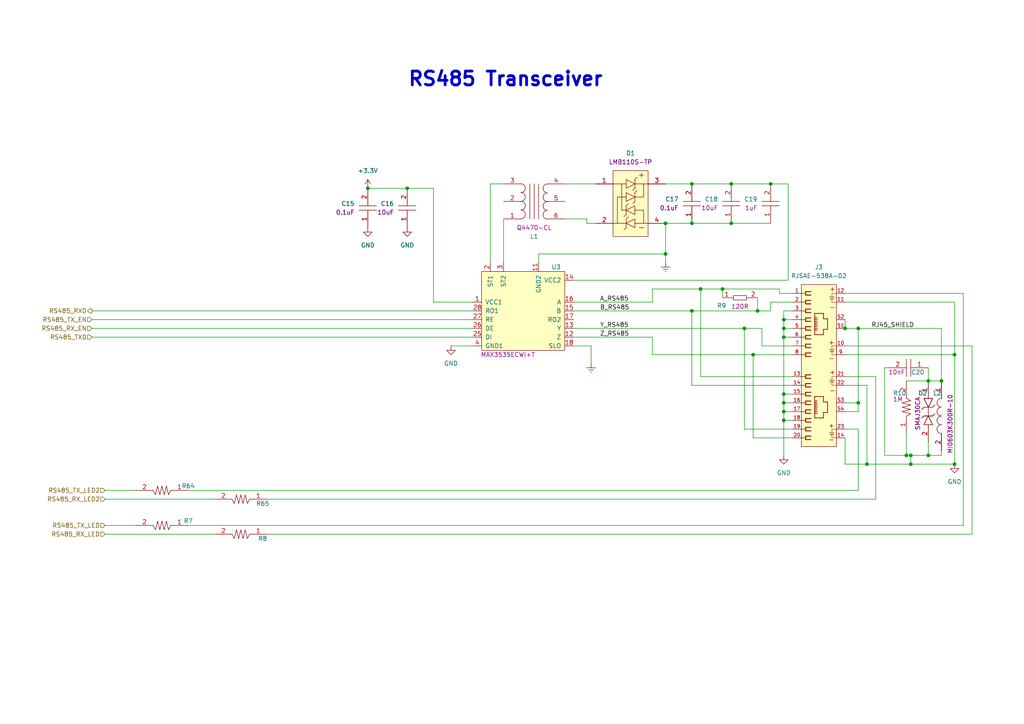
<source format=kicad_sch>
(kicad_sch (version 20231120) (generator "eeschema") (generator_version "8.0")
  (paper "A4")
  (lib_symbols
    (symbol "AVR-KiCAD-Lib-Capacitors:C0805C103KCRACAUTO" (pin_names (offset 1.016))
      (property "Reference" "C" (at -2.54 2.54 0))
      (property "_Value_" "10nF" (at 58.42 63.5 0))
      (symbol "C0805C103KCRACAUTO_1_1"
        (pin input line (at -5.08 0 0) (length 5.08) (name "~") (number "1"))
        (pin input line (at 6.35 0 180) (length 5.08) (name "~") (number "2"))
      )
    )
    (symbol "AVR-KiCAD-Lib-Capacitors:C1206C105K3RACAUTO" (pin_names (offset 1.016))
      (property "Reference" "C" (at -2.54 2.54 0))
      (property "_Value_" "1uF" (at 58.42 63.5 0))
      (symbol "C1206C105K3RACAUTO_1_1"
        (pin input line (at -5.08 0 0) (length 5.08) (name "~") (number "1"))
        (pin input line (at 6.35 0 180) (length 5.08) (name "~") (number "2"))
      )
    )
    (symbol "AVR-KiCAD-Lib-Capacitors:CGA5L3X5R1V106K160AB" (pin_names (offset 1.016))
      (property "Reference" "C" (at -2.54 2.54 0))
      (property "_Value_" "10uF" (at 58.42 63.5 0))
      (symbol "CGA5L3X5R1V106K160AB_1_1"
        (pin input line (at -5.08 0 0) (length 5.08) (name "~") (number "1"))
        (pin input line (at 6.35 0 180) (length 5.08) (name "~") (number "2"))
      )
    )
    (symbol "AVR-KiCAD-Lib-Capacitors:CL10B104JB8NNNC" (pin_names (offset 1.016))
      (property "Reference" "C" (at -2.54 2.54 0))
      (property "_Value_" "0.1uF" (at 58.42 63.5 0))
      (symbol "CL10B104JB8NNNC_1_1"
        (pin input line (at -5.08 0 0) (length 5.08) (name "~") (number "1"))
        (pin input line (at 6.35 0 180) (length 5.08) (name "~") (number "2"))
      )
    )
    (symbol "AVR-KiCAD-Lib-Connectors:RJSAE-538A-02" (pin_names (offset 1.016))
      (property "Reference" "J" (at 0.254 1.016 0))
      (property "Value" "RJSAE-538A-02" (at 7.62 -48.006 0))
      (symbol "RJSAE-538A-02_1_1"
        (text "+" (at 9.652 -40.132 0) (effects (font (size 1.27 1.27)) (justify right top)))
        (text "+" (at 9.652 -16.002 0) (effects (font (size 1.27 1.27)) (justify right top)))
        (text "+" (at 9.906 -24.638 0) (effects (font (size 1.27 1.27)) (justify right top)))
        (text "+" (at 9.906 -0.508 0) (effects (font (size 1.27 1.27)) (justify right top)))
        (text "-" (at 9.652 -44.196 0) (effects (font (size 1.27 1.27)) (justify right top)))
        (text "-" (at 9.6774 -20.5994 0) (effects (font (size 1.27 1.27)) (justify right top)))
        (text "-" (at 9.9314 -29.9466 0) (effects (font (size 1.27 1.27)) (justify right top)))
        (text "-" (at 9.9314 -5.8166 0) (effects (font (size 1.27 1.27)) (justify right top)))
        (pin passive line (at -2.54 -2.54 0) (length 2.54) (name "~") (number "1"))
        (pin passive line (at 12.7 -17.78 180) (length 2.54) (name "~") (number "10"))
        (pin passive line (at 12.7 -5.08 180) (length 2.54) (name "~") (number "11"))
        (pin passive line (at 12.7 -2.54 180) (length 2.54) (name "~") (number "12"))
        (pin passive line (at -2.54 -26.67 0) (length 2.54) (name "") (number "13"))
        (pin passive line (at -2.54 -29.21 0) (length 2.54) (name "~") (number "14"))
        (pin passive line (at 12.7 -44.45 180) (length 2.54) (name "~") (number "14"))
        (pin passive line (at -2.54 -31.75 0) (length 2.54) (name "~") (number "15"))
        (pin passive line (at -2.54 -34.29 0) (length 2.54) (name "~") (number "16"))
        (pin passive line (at -2.54 -36.83 0) (length 2.54) (name "~") (number "17"))
        (pin passive line (at -2.54 -39.37 0) (length 2.54) (name "~") (number "18"))
        (pin passive line (at -2.54 -41.91 0) (length 2.54) (name "~") (number "19"))
        (pin passive line (at -2.54 -5.08 0) (length 2.54) (name "~") (number "2"))
        (pin passive line (at -2.54 -44.45 0) (length 2.54) (name "~") (number "20"))
        (pin passive line (at 12.7 -26.67 180) (length 2.54) (name "~") (number "21"))
        (pin passive line (at 12.7 -29.21 180) (length 2.54) (name "~") (number "22"))
        (pin passive line (at 12.7 -41.91 180) (length 2.54) (name "~") (number "23"))
        (pin passive line (at -2.54 -7.62 0) (length 2.54) (name "~") (number "3"))
        (pin passive line (at -2.54 -10.16 0) (length 2.54) (name "~") (number "4"))
        (pin passive line (at -2.54 -12.7 0) (length 2.54) (name "~") (number "5"))
        (pin passive line (at -2.54 -15.24 0) (length 2.54) (name "~") (number "6"))
        (pin passive line (at -2.54 -17.78 0) (length 2.54) (name "~") (number "7"))
        (pin passive line (at -2.54 -20.32 0) (length 2.54) (name "~") (number "8"))
        (pin passive line (at 12.7 -20.32 180) (length 2.54) (name "~") (number "9"))
        (pin passive line (at 12.7 -12.7 180) (length 2.54) (name "~") (number "S1"))
        (pin passive line (at 12.7 -10.16 180) (length 2.54) (name "~") (number "S2"))
        (pin passive line (at 12.7 -34.29 180) (length 2.54) (name "") (number "S3"))
        (pin passive line (at 12.7 -36.83 180) (length 2.54) (name "~") (number "S4"))
      )
    )
    (symbol "AVR-KiCAD-Lib-Diodes:LMB110S-TP" (pin_names (offset 1.016))
      (property "Reference" "D" (at 0 19.05 0))
      (property "_Value_" "LMB110S-TP" (at 62.23 77.47 0))
      (symbol "LMB110S-TP_1_1"
        (pin passive line (at -5.08 13.97 0) (length 5.08) (name "~") (number "1"))
        (pin passive line (at -5.08 2.54 0) (length 5.08) (name "~") (number "2"))
        (pin passive line (at 15.24 13.97 180) (length 5.08) (name "") (number "3"))
        (pin passive line (at 15.24 2.54 180) (length 5.08) (name "") (number "4"))
      )
    )
    (symbol "AVR-KiCAD-Lib-Diodes:SMAJ30CA" (pin_names (offset 1.016))
      (property "Reference" "D" (at -2.54 2.54 0))
      (property "_Value_" "SMAJ30CA" (at 58.42 63.5 0))
      (symbol "SMAJ30CA_1_1"
        (pin passive line (at -8.89 0 0) (length 5.08) (name "~") (number "1"))
        (pin passive line (at 8.89 0 180) (length 5.08) (name "~") (number "2"))
      )
    )
    (symbol "AVR-KiCAD-Lib-ICs:MAX3535ECWI+T" (pin_names (offset 1.016))
      (property "Reference" "U" (at -5.08 34.29 0))
      (property "_Value_" "MAX3535ECWI+T" (at 7.62 -1.27 0))
      (symbol "MAX3535ECWI+T_1_1"
        (pin power_in line (at -2.54 13.97 0) (length 2.54) (name "VCC1") (number "1"))
        (pin passive line (at 16.51 25.4 270) (length 2.54) (name "GND2") (number "11"))
        (pin output line (at 26.67 3.81 180) (length 2.54) (name "Z") (number "12"))
        (pin output line (at 26.67 6.35 180) (length 2.54) (name "Y") (number "13"))
        (pin power_in line (at 26.67 20.32 180) (length 2.54) (name "VCC2") (number "14"))
        (pin input line (at 26.67 11.43 180) (length 2.54) (name "B") (number "15"))
        (pin input line (at 26.67 13.97 180) (length 2.54) (name "A") (number "16"))
        (pin output line (at 26.67 8.89 180) (length 2.54) (name "RO2") (number "17"))
        (pin input line (at 26.67 1.27 180) (length 2.54) (name "SLO") (number "18"))
        (pin output line (at 2.54 25.4 270) (length 2.54) (name "ST1") (number "2"))
        (pin input line (at -2.54 3.81 0) (length 2.54) (name "DI") (number "25"))
        (pin input line (at -2.54 6.35 0) (length 2.54) (name "DE") (number "26"))
        (pin output line (at -2.54 8.89 0) (length 2.54) (name "RE") (number "27"))
        (pin output line (at -2.54 11.43 0) (length 2.54) (name "RO1") (number "28"))
        (pin output line (at 6.35 25.4 270) (length 2.54) (name "ST2") (number "3"))
        (pin passive line (at -2.54 1.27 0) (length 2.54) (name "GND1") (number "4"))
      )
    )
    (symbol "AVR-KiCAD-Lib-Inductors:MI0603K300R-10" (pin_names (offset 1.016))
      (property "Reference" "L" (at -2.54 2.54 0))
      (property "_Value_" "MI0603K300R-10" (at 58.42 63.5 0))
      (symbol "MI0603K300R-10_1_1"
        (pin input line (at -10.16 0 0) (length 5.08) (name "~") (number "1"))
        (pin input line (at 10.16 0 180) (length 5.08) (name "~") (number "2"))
      )
    )
    (symbol "AVR-KiCAD-Lib-Resistors:AC0402FR-07120RL" (pin_names (offset 1.016))
      (property "Reference" "R" (at -2.54 2.54 0))
      (property "Value" "AC0402FR-07120RL" (at 1.27 5.08 0))
      (property "_Value_" "120R" (at 58.42 63.5 0))
      (symbol "AC0402FR-07120RL_1_1"
        (pin passive line (at -5.08 0 0) (length 2.5146) (name "~") (number "1"))
        (pin passive line (at 5.08 0 180) (length 2.5146) (name "~") (number "2"))
      )
    )
    (symbol "AVR-KiCAD-Lib-Resistors:RC0603FR-07470RL" (pin_names (offset 1.016))
      (property "Reference" "R" (at -2.54 2.54 0))
      (property "Value" "RC0603FR-07470RL" (at 1.27 5.08 0))
      (symbol "RC0603FR-07470RL_1_1"
        (pin passive line (at -7.62 0 0) (length 5.08) (name "~") (number "1"))
        (pin passive line (at 7.62 0 180) (length 5.08) (name "~") (number "2"))
      )
    )
    (symbol "AVR-KiCAD-Lib-Resistors:RC1206FR-071ML" (pin_names (offset 1.016))
      (property "Reference" "R" (at -2.54 2.54 0))
      (property "Value" "RC1206FR-071ML" (at 1.27 5.08 0))
      (property "_Value_" "1M" (at 58.42 63.5 0))
      (symbol "RC1206FR-071ML_1_1"
        (pin passive line (at -7.62 0 0) (length 5.08) (name "~") (number "1"))
        (pin passive line (at 7.62 0 180) (length 5.08) (name "~") (number "2"))
      )
    )
    (symbol "AVR-KiCAD-Lib-Transformers:Q4470-CL" (pin_names (offset 1.016))
      (property "Reference" "L" (at -7.62 8.89 0))
      (property "_Value_" "Q4470-CL" (at 58.42 63.5 0))
      (symbol "Q4470-CL_1_1"
        (pin bidirectional line (at -8.89 5.08 0) (length 5.08) (name "~") (number "1"))
        (pin bidirectional line (at -8.89 0 0) (length 5.08) (name "~") (number "2"))
        (pin bidirectional line (at -8.89 -5.08 0) (length 5.08) (name "") (number "3"))
        (pin bidirectional line (at 8.89 -5.08 180) (length 5.08) (name "") (number "4"))
        (pin bidirectional line (at 8.89 0 180) (length 5.08) (name "") (number "5"))
        (pin bidirectional line (at 8.89 5.08 180) (length 5.08) (name "") (number "6"))
      )
    )
    (symbol "power:+3.3V" (power) (pin_names (offset 0))
      (property "Value" "+3.3V" (at 0 3.556 0))
      (symbol "+3.3V_1_1"
        (pin power_in line (at 0 0 90) (length 0) hide (name "+3.3V") (number "1"))
      )
    )
    (symbol "power:Earth" (power) (pin_names (offset 0))
      (symbol "Earth_1_1"
        (pin power_in line (at 0 0 270) (length 0) hide (name "Earth") (number "1"))
      )
    )
    (symbol "power:GND" (power) (pin_names (offset 0))
      (property "Value" "GND" (at 0 -3.81 0))
      (symbol "GND_1_1"
        (pin power_in line (at 0 0 270) (length 0) hide (name "GND") (number "1"))
      )
    )
  )
  (junction (at 227.33 119.38))
  (junction (at 264.16 134.62))
  (junction (at 203.2 83.82))
  (junction (at 276.86 102.87))
  (junction (at 245.11 95.25))
  (junction (at 215.9 95.25))
  (junction (at 273.05 110.49))
  (junction (at 269.24 132.08))
  (junction (at 212.09 53.34))
  (junction (at 200.66 90.17))
  (junction (at 218.44 102.87))
  (junction (at 209.55 83.82))
  (junction (at 251.46 134.62))
  (junction (at 118.11 54.61))
  (junction (at 269.24 110.49))
  (junction (at 106.68 54.61))
  (junction (at 223.52 53.34))
  (junction (at 264.16 132.08))
  (junction (at 193.04 73.66))
  (junction (at 262.89 132.08))
  (junction (at 227.33 97.79))
  (junction (at 227.33 121.92))
  (junction (at 200.66 64.77))
  (junction (at 276.86 134.62))
  (junction (at 227.33 92.71))
  (junction (at 248.92 116.84))
  (junction (at 248.92 95.25))
  (junction (at 227.33 116.84))
  (junction (at 193.04 64.77))
  (junction (at 227.33 114.3))
  (junction (at 219.71 90.17))
  (junction (at 227.33 95.25))
  (junction (at 212.09 64.77))
  (junction (at 200.66 53.34))
  (wire (pts (xy 245.11 87.63) (xy 276.86 87.63)))
  (wire (pts (xy 163.83 53.34) (xy 172.72 53.34)))
  (wire (pts (xy 254 109.22) (xy 254 144.78)))
  (wire (pts (xy 264.16 132.08) (xy 264.16 134.62)))
  (wire (pts (xy 248.92 95.25) (xy 245.11 95.25)))
  (wire (pts (xy 245.11 102.87) (xy 276.86 102.87)))
  (wire (pts (xy 218.44 102.87) (xy 229.87 102.87)))
  (wire (pts (xy 245.11 92.71) (xy 245.11 95.25)))
  (wire (pts (xy 227.33 92.71) (xy 227.33 95.25)))
  (wire (pts (xy 166.37 100.33) (xy 171.45 100.33)))
  (wire (pts (xy 219.71 86.36) (xy 219.71 90.17)))
  (wire (pts (xy 189.23 97.79) (xy 189.23 102.87)))
  (wire (pts (xy 166.37 95.25) (xy 215.9 95.25)))
  (wire (pts (xy 30.48 154.94) (xy 62.23 154.94)))
  (wire (pts (xy 163.83 63.5) (xy 170.18 63.5)))
  (wire (pts (xy 257.81 106.68) (xy 256.54 106.68)))
  (wire (pts (xy 146.05 76.2) (xy 146.05 63.5)))
  (wire (pts (xy 229.87 111.76) (xy 200.66 111.76)))
  (wire (pts (xy 264.16 132.08) (xy 262.89 132.08)))
  (wire (pts (xy 227.33 97.79) (xy 227.33 114.3)))
  (wire (pts (xy 189.23 87.63) (xy 189.23 83.82)))
  (wire (pts (xy 142.24 53.34) (xy 142.24 76.2)))
  (wire (pts (xy 227.33 119.38) (xy 227.33 121.92)))
  (wire (pts (xy 130.81 100.33) (xy 137.16 100.33)))
  (wire (pts (xy 229.87 124.46) (xy 215.9 124.46)))
  (wire (pts (xy 212.09 64.77) (xy 223.52 64.77)))
  (wire (pts (xy 227.33 114.3) (xy 227.33 116.84)))
  (wire (pts (xy 125.73 87.63) (xy 125.73 54.61)))
  (wire (pts (xy 220.98 95.25) (xy 220.98 100.33)))
  (wire (pts (xy 227.33 95.25) (xy 227.33 97.79)))
  (wire (pts (xy 189.23 83.82) (xy 203.2 83.82)))
  (wire (pts (xy 218.44 127) (xy 218.44 102.87)))
  (wire (pts (xy 26.67 90.17) (xy 137.16 90.17)))
  (wire (pts (xy 193.04 64.77) (xy 193.04 73.66)))
  (wire (pts (xy 170.18 64.77) (xy 172.72 64.77)))
  (wire (pts (xy 200.66 90.17) (xy 219.71 90.17)))
  (wire (pts (xy 125.73 87.63) (xy 137.16 87.63)))
  (wire (pts (xy 276.86 102.87) (xy 276.86 134.62)))
  (wire (pts (xy 251.46 134.62) (xy 264.16 134.62)))
  (wire (pts (xy 219.71 90.17) (xy 223.52 90.17)))
  (wire (pts (xy 245.11 134.62) (xy 251.46 134.62)))
  (wire (pts (xy 200.66 111.76) (xy 200.66 90.17)))
  (wire (pts (xy 269.24 110.49) (xy 273.05 110.49)))
  (wire (pts (xy 227.33 90.17) (xy 227.33 92.71)))
  (wire (pts (xy 256.54 132.08) (xy 262.89 132.08)))
  (wire (pts (xy 223.52 87.63) (xy 229.87 87.63)))
  (wire (pts (xy 248.92 116.84) (xy 245.11 116.84)))
  (wire (pts (xy 226.06 83.82) (xy 226.06 85.09)))
  (wire (pts (xy 223.52 90.17) (xy 223.52 87.63)))
  (wire (pts (xy 227.33 121.92) (xy 229.87 121.92)))
  (wire (pts (xy 245.11 127) (xy 245.11 134.62)))
  (wire (pts (xy 279.4 85.09) (xy 245.11 85.09)))
  (wire (pts (xy 200.66 53.34) (xy 193.04 53.34)))
  (wire (pts (xy 220.98 100.33) (xy 229.87 100.33)))
  (wire (pts (xy 227.33 95.25) (xy 229.87 95.25)))
  (wire (pts (xy 245.11 109.22) (xy 254 109.22)))
  (wire (pts (xy 273.05 110.49) (xy 273.05 95.25)))
  (wire (pts (xy 146.05 53.34) (xy 142.24 53.34)))
  (wire (pts (xy 193.04 64.77) (xy 200.66 64.77)))
  (wire (pts (xy 245.11 119.38) (xy 248.92 119.38)))
  (wire (pts (xy 281.94 100.33) (xy 281.94 154.94)))
  (wire (pts (xy 264.16 132.08) (xy 269.24 132.08)))
  (wire (pts (xy 269.24 106.68) (xy 269.24 110.49)))
  (wire (pts (xy 118.11 54.61) (xy 125.73 54.61)))
  (wire (pts (xy 228.6 81.28) (xy 228.6 53.34)))
  (wire (pts (xy 171.45 100.33) (xy 171.45 105.41)))
  (wire (pts (xy 200.66 53.34) (xy 212.09 53.34)))
  (wire (pts (xy 273.05 132.08) (xy 273.05 130.81)))
  (wire (pts (xy 223.52 53.34) (xy 228.6 53.34)))
  (wire (pts (xy 245.11 124.46) (xy 248.92 124.46)))
  (wire (pts (xy 30.48 144.78) (xy 62.23 144.78)))
  (wire (pts (xy 227.33 119.38) (xy 229.87 119.38)))
  (wire (pts (xy 256.54 106.68) (xy 256.54 132.08)))
  (wire (pts (xy 227.33 92.71) (xy 229.87 92.71)))
  (wire (pts (xy 227.33 121.92) (xy 227.33 132.08)))
  (wire (pts (xy 156.21 73.66) (xy 156.21 76.2)))
  (wire (pts (xy 248.92 119.38) (xy 248.92 116.84)))
  (wire (pts (xy 273.05 95.25) (xy 248.92 95.25)))
  (wire (pts (xy 166.37 81.28) (xy 228.6 81.28)))
  (wire (pts (xy 248.92 124.46) (xy 248.92 142.24)))
  (wire (pts (xy 248.92 95.25) (xy 248.92 116.84)))
  (wire (pts (xy 166.37 90.17) (xy 200.66 90.17)))
  (wire (pts (xy 170.18 63.5) (xy 170.18 64.77)))
  (wire (pts (xy 54.61 142.24) (xy 248.92 142.24)))
  (wire (pts (xy 30.48 142.24) (xy 39.37 142.24)))
  (wire (pts (xy 269.24 132.08) (xy 273.05 132.08)))
  (wire (pts (xy 276.86 87.63) (xy 276.86 102.87)))
  (wire (pts (xy 227.33 116.84) (xy 227.33 119.38)))
  (wire (pts (xy 229.87 90.17) (xy 227.33 90.17)))
  (wire (pts (xy 262.89 110.49) (xy 269.24 110.49)))
  (wire (pts (xy 54.61 152.4) (xy 279.4 152.4)))
  (wire (pts (xy 26.67 92.71) (xy 137.16 92.71)))
  (wire (pts (xy 251.46 111.76) (xy 251.46 134.62)))
  (wire (pts (xy 212.09 53.34) (xy 223.52 53.34)))
  (wire (pts (xy 227.33 116.84) (xy 229.87 116.84)))
  (wire (pts (xy 227.33 114.3) (xy 229.87 114.3)))
  (wire (pts (xy 26.67 95.25) (xy 137.16 95.25)))
  (wire (pts (xy 200.66 64.77) (xy 212.09 64.77)))
  (wire (pts (xy 269.24 128.27) (xy 269.24 132.08)))
  (wire (pts (xy 209.55 83.82) (xy 226.06 83.82)))
  (wire (pts (xy 262.89 125.73) (xy 262.89 132.08)))
  (wire (pts (xy 203.2 83.82) (xy 209.55 83.82)))
  (wire (pts (xy 245.11 111.76) (xy 251.46 111.76)))
  (wire (pts (xy 229.87 109.22) (xy 203.2 109.22)))
  (wire (pts (xy 77.47 154.94) (xy 281.94 154.94)))
  (wire (pts (xy 166.37 87.63) (xy 189.23 87.63)))
  (wire (pts (xy 245.11 100.33) (xy 281.94 100.33)))
  (wire (pts (xy 189.23 102.87) (xy 218.44 102.87)))
  (wire (pts (xy 279.4 152.4) (xy 279.4 85.09)))
  (wire (pts (xy 77.47 144.78) (xy 254 144.78)))
  (wire (pts (xy 30.48 152.4) (xy 39.37 152.4)))
  (wire (pts (xy 209.55 83.82) (xy 209.55 86.36)))
  (wire (pts (xy 264.16 134.62) (xy 276.86 134.62)))
  (wire (pts (xy 229.87 127) (xy 218.44 127)))
  (wire (pts (xy 106.68 54.61) (xy 118.11 54.61)))
  (wire (pts (xy 193.04 73.66) (xy 156.21 73.66)))
  (wire (pts (xy 215.9 95.25) (xy 220.98 95.25)))
  (wire (pts (xy 227.33 97.79) (xy 229.87 97.79)))
  (wire (pts (xy 215.9 124.46) (xy 215.9 95.25)))
  (wire (pts (xy 166.37 97.79) (xy 189.23 97.79)))
  (wire (pts (xy 26.67 97.79) (xy 137.16 97.79)))
  (wire (pts (xy 203.2 109.22) (xy 203.2 83.82)))
  (wire (pts (xy 193.04 76.2) (xy 193.04 73.66)))
  (wire (pts (xy 226.06 85.09) (xy 229.87 85.09)))
  (text "RS485 Transceiver" (at 118.11 25.4 0) (effects (font (size 4 4) (thickness 0.8) (bold yes)) (justify left bottom)))
  (label "Z_RS485" (at 173.99 97.79 0))
  (label "B_RS485" (at 173.99 90.17 0))
  (label "Y_RS485" (at 173.99 95.25 0))
  (label "RJ45_SHIELD" (at 252.73 95.25 0))
  (label "A_RS485" (at 173.99 87.63 0))
  (hierarchical_label "RS485_RX_LED" (shape input) (at 30.48 154.94 180))
  (hierarchical_label "RS485_RX_EN" (shape input) (at 26.67 95.25 180))
  (hierarchical_label "RS485_RX_LED2" (shape input) (at 30.48 144.78 180))
  (hierarchical_label "RS485_RXD" (shape output) (at 26.67 90.17 180))
  (hierarchical_label "RS485_TX_LED" (shape input) (at 30.48 152.4 180))
  (hierarchical_label "RS485_TXD" (shape input) (at 26.67 97.79 180))
  (hierarchical_label "RS485_TX_EN" (shape input) (at 26.67 92.71 180))
  (hierarchical_label "RS485_TX_LED2" (shape input) (at 30.48 142.24 180))
  (symbol (lib_id "AVR-KiCAD-Lib-Resistors:AC0402FR-07120RL") (at 214.63 86.36 0) (unit 1)
    (property "Reference" "R9" (at 209.296 88.646 0))
    (property "Value" "AC0402FR-07120RL" (effects (hide yes)))
    (property "Footprint" "AVR-KiCAD-Lib-Resistors:R0402" (effects (hide yes)))
    (property "Datasheet" "https://www.yageo.com/upload/media/product/productsearch/datasheet/rchip/PYu-AC_51_RoHS_L_7.pdf" (effects (hide yes)))
    (property "Description" "120 Ohms ±1% 0.063W, 1/16W Chip Resistor 0402 (1005 Metric) Automotive AEC-Q200, Moisture Resistant Thick Film" (effects (hide yes)))
    (property "Cost QTY: 1" "0.10000" (effects (hide yes)))
    (property "Cost QTY: 1000" "0.00390" (effects (hide yes)))
    (property "Cost QTY: 2500" "0.00338" (effects (hide yes)))
    (property "Cost QTY: 5000" "0.00279" (effects (hide yes)))
    (property "Cost QTY: 10000" "0.00220" (effects (hide yes)))
    (property "MFR" "Yageo" (effects (hide yes)))
    (property "MFR#" "AC0402FR-07120RL" (effects (hide yes)))
    (property "Vendor" "Digikey" (effects (hide yes)))
    (property "Vendor #" "YAG3440CT-ND" (effects (hide yes)))
    (property "Designer" "AVR" (effects (hide yes)))
    (property "Height" "0.4mm" (effects (hide yes)))
    (property "Date Created" "4/6/2020" (effects (hide yes)))
    (property "Date Modified" "4/6/2020" (effects (hide yes)))
    (property "Lead-Free ?" "Yes" (effects (hide yes)))
    (property "RoHS Levels" "1" (effects (hide yes)))
    (property "Mounting" "SMT" (effects (hide yes)))
    (property "Pin Count #" "2" (effects (hide yes)))
    (property "Status" "Active" (effects (hide yes)))
    (property "Tolerance" "1%" (effects (hide yes)))
    (property "Type" "Thick Film Resistor" (effects (hide yes)))
    (property "Voltage" "*" (effects (hide yes)))
    (property "Package" "0402" (effects (hide yes)))
    (property "_Value_" "120R" (at 214.63 88.9 0))
    (property "Management_ID" "*" (effects (hide yes)))
  )
  (symbol (lib_id "AVR-KiCAD-Lib-Capacitors:C0805C103KCRACAUTO") (at 264.16 106.68 0) (mirror y) (unit 1)
    (property "Reference" "C20" (at 266.192 107.95 0))
    (property "Value" "C0805C103KCRACAUTO" (effects (hide yes)))
    (property "Footprint" "AVR-KiCAD-Lib-Capacitors:C0805" (effects (hide yes)))
    (property "Datasheet" "https://content.kemet.com/datasheets/KEM_C1076_X7R_HV_AUTO_SMD.pdf" (effects (hide yes)))
    (property "Description" "CAP CER 0805 10NF 500V X7R 10%" (effects (hide yes)))
    (property "Cost QTY: 1" "0.35000" (effects (hide yes)))
    (property "Cost QTY: 1000" "0.08498" (effects (hide yes)))
    (property "Cost QTY: 2500" "*" (effects (hide yes)))
    (property "Cost QTY: 5000" "*" (effects (hide yes)))
    (property "Cost QTY: 10000" "*" (effects (hide yes)))
    (property "MFR" "Kemet" (effects (hide yes)))
    (property "MFR#" "C0805C103KCRACAUTO" (effects (hide yes)))
    (property "Vendor" "Digikey" (effects (hide yes)))
    (property "Vendor #" "399-16644-1-ND" (effects (hide yes)))
    (property "Designer" "AVR" (effects (hide yes)))
    (property "Height" "1.4mm" (effects (hide yes)))
    (property "Date Created" "4/29/2019" (effects (hide yes)))
    (property "Date Modified" "4/29/2019" (effects (hide yes)))
    (property "Lead-Free ?" "Yes" (effects (hide yes)))
    (property "RoHS Levels" "1" (effects (hide yes)))
    (property "Mounting" "SMT" (effects (hide yes)))
    (property "Pin Count #" "2" (effects (hide yes)))
    (property "Status" "Active" (effects (hide yes)))
    (property "Tolerance" "10%" (effects (hide yes)))
    (property "Type" "SMT Ceramic Cap" (effects (hide yes)))
    (property "Voltage" "500V" (effects (hide yes)))
    (property "Package" "0805" (effects (hide yes)))
    (property "_Value_" "10nF" (at 260.096 107.95 0))
    (property "Management_ID" "*" (effects (hide yes)))
  )
  (symbol (lib_id "power:GND") (at 130.81 100.33 0) (unit 1)
    (property "Reference" "#PWR022" (effects (hide yes)))
    (property "Value" "GND" (at 130.81 105.41 0))
  )
  (symbol (lib_id "power:Earth") (at 171.45 105.41 0) (unit 1)
    (property "Reference" "#PWR023" (effects (hide yes)))
    (property "Value" "Earth" (effects (hide yes)))
  )
  (symbol (lib_id "AVR-KiCAD-Lib-Capacitors:CGA5L3X5R1V106K160AB") (at 212.09 59.69 90) (unit 1)
    (property "Reference" "C18" (at 208.28 57.785 90) (effects (justify left)))
    (property "Value" "CGA5L3X5R1V106K160AB" (effects (hide yes)))
    (property "Footprint" "AVR-KiCAD-Lib-Capacitors:C1206" (effects (hide yes)))
    (property "Datasheet" "https://product.tdk.com/system/files/dam/doc/product/capacitor/ceramic/mlcc/catalog/mlcc_automotive_general_en.pdf" (effects (hide yes)))
    (property "Description" "10 µF ±10% 35V Ceramic Capacitor X5R 1206 (3216 Metric)" (effects (hide yes)))
    (property "Cost QTY: 1" "*" (effects (hide yes)))
    (property "Cost QTY: 1000" "*" (effects (hide yes)))
    (property "Cost QTY: 2500" "*" (effects (hide yes)))
    (property "Cost QTY: 5000" "*" (effects (hide yes)))
    (property "Cost QTY: 10000" "*" (effects (hide yes)))
    (property "MFR" "TDK Corporation" (effects (hide yes)))
    (property "MFR#" "CGA5L3X5R1V106K160AB" (effects (hide yes)))
    (property "Vendor" "Digikey" (effects (hide yes)))
    (property "Vendor #" "445-7887-2-ND" (effects (hide yes)))
    (property "Designer" "AVR" (effects (hide yes)))
    (property "Height" "1.9mm" (effects (hide yes)))
    (property "Date Created" "10/13/2022" (effects (hide yes)))
    (property "Date Modified" "10/13/2022" (effects (hide yes)))
    (property "Lead-Free ?" "Yes" (effects (hide yes)))
    (property "RoHS Levels" "1" (effects (hide yes)))
    (property "Mounting" "SMT" (effects (hide yes)))
    (property "Pin Count #" "2" (effects (hide yes)))
    (property "Status" "Active" (effects (hide yes)))
    (property "Tolerance" "10%" (effects (hide yes)))
    (property "Type" "Ceramic Cap" (effects (hide yes)))
    (property "Voltage" "35V" (effects (hide yes)))
    (property "Package" "1206" (effects (hide yes)))
    (property "_Value_" "10uF" (at 208.28 60.325 90) (effects (justify left)))
    (property "Management_ID" "*" (effects (hide yes)))
  )
  (symbol (lib_id "AVR-KiCAD-Lib-Capacitors:C1206C105K3RACAUTO") (at 223.52 59.69 90) (unit 1)
    (property "Reference" "C19" (at 219.71 57.785 90) (effects (justify left)))
    (property "Value" "C1206C105K3RACAUTO" (effects (hide yes)))
    (property "Footprint" "AVR-KiCAD-Lib-Diodes:D_SOD-123" (effects (hide yes)))
    (property "Datasheet" "https://content.kemet.com/datasheets/KEM_C1023_X7R_AUTO_SMD.pdf" (effects (hide yes)))
    (property "Description" "1µF ±10% 25V Ceramic Capacitor X7R 1206 (3216 Metric)" (effects (hide yes)))
    (property "Cost QTY: 1" "0.25000" (effects (hide yes)))
    (property "Cost QTY: 1000" "0.06064" (effects (hide yes)))
    (property "Cost QTY: 2500" "*" (effects (hide yes)))
    (property "Cost QTY: 5000" "*" (effects (hide yes)))
    (property "Cost QTY: 10000" "0.04594" (effects (hide yes)))
    (property "MFR" "KEMET" (effects (hide yes)))
    (property "MFR#" "C1206C105K3RACAUTO" (effects (hide yes)))
    (property "Vendor" "Digikey" (effects (hide yes)))
    (property "Vendor #" "399-7010-1-ND" (effects (hide yes)))
    (property "Designer" "AVR" (effects (hide yes)))
    (property "Height" "1.40mm" (effects (hide yes)))
    (property "Date Created" "7/31/2020" (effects (hide yes)))
    (property "Date Modified" "7/31/2020" (effects (hide yes)))
    (property "Lead-Free ?" "YES" (effects (hide yes)))
    (property "RoHS Levels" "1" (effects (hide yes)))
    (property "Mounting" "SMT" (effects (hide yes)))
    (property "Pin Count #" "2" (effects (hide yes)))
    (property "Status" "Active" (effects (hide yes)))
    (property "Tolerance" "10%" (effects (hide yes)))
    (property "Type" "Capacitor" (effects (hide yes)))
    (property "Voltage" "25V" (effects (hide yes)))
    (property "Package" "1206" (effects (hide yes)))
    (property "_Value_" "1uF" (at 219.71 60.325 90) (effects (justify left)))
    (property "Management_ID" "*" (effects (hide yes)))
  )
  (symbol (lib_id "power:GND") (at 276.86 134.62 0) (unit 1)
    (property "Reference" "#PWR026" (effects (hide yes)))
    (property "Value" "GND" (at 276.86 139.7 0))
  )
  (symbol (lib_id "power:GND") (at 227.33 132.08 0) (unit 1)
    (property "Reference" "#PWR038" (effects (hide yes)))
    (property "Value" "GND" (at 227.33 137.16 0))
  )
  (symbol (lib_id "AVR-KiCAD-Lib-Diodes:LMB110S-TP") (at 177.8 67.31 0) (unit 1)
    (property "Reference" "D1" (at 182.88 44.45 0))
    (property "Value" "LMB110S-TP" (effects (hide yes)))
    (property "Footprint" "AVR-KiCAD-Lib-Diodes:LMB110S-TP" (effects (hide yes)))
    (property "Datasheet" "https://www.mccsemi.com/pdf/Products/LMB12S-LMB110S(LMBS-1).pdf" (effects (hide yes)))
    (property "Description" "Bridge Rectifier Single Phase Schottky 100 V Surface Mount LMBS-1" (effects (hide yes)))
    (property "Cost QTY: 1" "$0.47000" (effects (hide yes)))
    (property "Cost QTY: 1000" "$0.13736" (effects (hide yes)))
    (property "Cost QTY: 2500" "$0.12645" (effects (hide yes)))
    (property "Cost QTY: 5000" "$0.12120" (effects (hide yes)))
    (property "Cost QTY: 10000" "$0.10908" (effects (hide yes)))
    (property "MFR" "Micro Commercial Co" (effects (hide yes)))
    (property "MFR#" "LMB110S-TP" (effects (hide yes)))
    (property "Vendor" "Digikey" (effects (hide yes)))
    (property "Vendor #" "353-LMB110S-TPTR-ND" (effects (hide yes)))
    (property "Designer" "Adam Vadala-Roth" (effects (hide yes)))
    (property "Height" "1.5" (effects (hide yes)))
    (property "Date Created" "11/11/2023" (effects (hide yes)))
    (property "Date Modified" "11/11/2023" (effects (hide yes)))
    (property "Lead-Free ?" "Yes" (effects (hide yes)))
    (property "RoHS Levels" "1" (effects (hide yes)))
    (property "Mounting" "SMT" (effects (hide yes)))
    (property "Pin Count #" "4" (effects (hide yes)))
    (property "Status" "Active" (effects (hide yes)))
    (property "Tolerance" "*" (effects (hide yes)))
    (property "Type" "Diode" (effects (hide yes)))
    (property "Voltage" "850 mV @ 500 mA" (effects (hide yes)))
    (property "Package" "4-SMD, Gull Wing" (effects (hide yes)))
    (property "_Value_" "LMB110S-TP" (at 182.88 46.99 0))
    (property "Management_ID" "*" (effects (hide yes)))
  )
  (symbol (lib_id "power:GND") (at 106.68 66.04 0) (unit 1)
    (property "Reference" "#PWR020" (effects (hide yes)))
    (property "Value" "GND" (at 106.68 71.12 0))
  )
  (symbol (lib_id "AVR-KiCAD-Lib-Capacitors:CGA5L3X5R1V106K160AB") (at 118.11 60.96 90) (unit 1)
    (property "Reference" "C16" (at 114.3 59.055 90) (effects (justify left)))
    (property "Value" "CGA5L3X5R1V106K160AB" (effects (hide yes)))
    (property "Footprint" "AVR-KiCAD-Lib-Capacitors:C1206" (effects (hide yes)))
    (property "Datasheet" "https://product.tdk.com/system/files/dam/doc/product/capacitor/ceramic/mlcc/catalog/mlcc_automotive_general_en.pdf" (effects (hide yes)))
    (property "Description" "10 µF ±10% 35V Ceramic Capacitor X5R 1206 (3216 Metric)" (effects (hide yes)))
    (property "Cost QTY: 1" "*" (effects (hide yes)))
    (property "Cost QTY: 1000" "*" (effects (hide yes)))
    (property "Cost QTY: 2500" "*" (effects (hide yes)))
    (property "Cost QTY: 5000" "*" (effects (hide yes)))
    (property "Cost QTY: 10000" "*" (effects (hide yes)))
    (property "MFR" "TDK Corporation" (effects (hide yes)))
    (property "MFR#" "CGA5L3X5R1V106K160AB" (effects (hide yes)))
    (property "Vendor" "Digikey" (effects (hide yes)))
    (property "Vendor #" "445-7887-2-ND" (effects (hide yes)))
    (property "Designer" "AVR" (effects (hide yes)))
    (property "Height" "1.9mm" (effects (hide yes)))
    (property "Date Created" "10/13/2022" (effects (hide yes)))
    (property "Date Modified" "10/13/2022" (effects (hide yes)))
    (property "Lead-Free ?" "Yes" (effects (hide yes)))
    (property "RoHS Levels" "1" (effects (hide yes)))
    (property "Mounting" "SMT" (effects (hide yes)))
    (property "Pin Count #" "2" (effects (hide yes)))
    (property "Status" "Active" (effects (hide yes)))
    (property "Tolerance" "10%" (effects (hide yes)))
    (property "Type" "Ceramic Cap" (effects (hide yes)))
    (property "Voltage" "35V" (effects (hide yes)))
    (property "Package" "1206" (effects (hide yes)))
    (property "_Value_" "10uF" (at 114.3 61.595 90) (effects (justify left)))
    (property "Management_ID" "*" (effects (hide yes)))
  )
  (symbol (lib_id "AVR-KiCAD-Lib-Transformers:Q4470-CL") (at 154.94 58.42 0) (mirror x) (unit 1)
    (property "Reference" "L1" (at 154.94 68.58 0))
    (property "Value" "Q4470-CL" (effects (hide yes)))
    (property "Footprint" "AVR-KiCAD-Lib-Transformers:SO6_Q4470-CL_C-SIZE_COC" (effects (hide yes)))
    (property "Datasheet" "https://www.coilcraft.com/getmedia/97b6ad34-63ed-485c-a3ac-2a258e22c8ff/mintrans.pdf" (effects (hide yes)))
    (property "Description" "miniature transformers were developed for use with" (effects (hide yes)))
    (property "Cost QTY: 1" "$2.12 " (effects (hide yes)))
    (property "Cost QTY: 1000" "$1.38 " (effects (hide yes)))
    (property "Cost QTY: 2500" "*" (effects (hide yes)))
    (property "Cost QTY: 5000" "$1.09 " (effects (hide yes)))
    (property "Cost QTY: 10000" "*" (effects (hide yes)))
    (property "MFR" "Coilcraft" (effects (hide yes)))
    (property "MFR#" "Q4470-CL" (effects (hide yes)))
    (property "Vendor" "Coilcraft" (effects (hide yes)))
    (property "Vendor #" "Q4470-CL" (effects (hide yes)))
    (property "Designer" "Adam Vadala-Roth" (effects (hide yes)))
    (property "Height" "5.46mm" (effects (hide yes)))
    (property "Date Created" "11/11/2023" (effects (hide yes)))
    (property "Date Modified" "11/11/2023" (effects (hide yes)))
    (property "Lead-Free ?" "Yes" (effects (hide yes)))
    (property "RoHS Levels" "1" (effects (hide yes)))
    (property "Mounting" "SMT" (effects (hide yes)))
    (property "Pin Count #" "6" (effects (hide yes)))
    (property "Status" "Active" (effects (hide yes)))
    (property "Tolerance" "*" (effects (hide yes)))
    (property "Type" "Transformer" (effects (hide yes)))
    (property "Voltage" "5V" (effects (hide yes)))
    (property "Package" "Proprietary" (effects (hide yes)))
    (property "_Value_" "Q4470-CL" (at 154.94 66.04 0))
    (property "Management_ID" "Maxim RS-232/RS-485 interface ICs" (effects (hide yes)))
  )
  (symbol (lib_id "AVR-KiCAD-Lib-Connectors:RJSAE-538A-02") (at 232.41 82.55 0) (unit 1)
    (property "Reference" "J3" (at 237.49 77.47 0))
    (property "Value" "RJSAE-538A-02" (at 237.49 80.01 0))
    (property "Footprint" "AVR-KiCAD-Lib-Connectors:AMPHENOL_RJSAE538A02" (effects (hide yes)))
    (property "Datasheet" "https://cdn.amphenol-cs.com/media/wysiwyg/files/drawing/rjsaex38x02x.pdf" (effects (hide yes)))
    (property "Description" "Jack Modular Connector 8p8c (RJ45, Ethernet) 90° Angle (Right) Shielded, EMI Finger" (effects (hide yes)))
    (property "Cost QTY: 1" "10.83000" (effects (hide yes)))
    (property "Cost QTY: 1000" "5.47072" (effects (hide yes)))
    (property "Cost QTY: 2500" "5.13472" (effects (hide yes)))
    (property "Cost QTY: 5000" "5.13472" (effects (hide yes)))
    (property "Cost QTY: 10000" "5.13472" (effects (hide yes)))
    (property "MFR" "Amphenol ICC (Commercial Products)" (effects (hide yes)))
    (property "MFR#" "RJSAE-538A-02" (effects (hide yes)))
    (property "Vendor" "Digikey" (effects (hide yes)))
    (property "Vendor #" "RJSAE-538A-02-ND" (effects (hide yes)))
    (property "Designer" "Adam Vadala-Roth" (effects (hide yes)))
    (property "Height" "25.40" (effects (hide yes)))
    (property "Date Created" "11/22/20224" (effects (hide yes)))
    (property "Date Modified" "11/22/20224" (effects (hide yes)))
    (property "Lead-Free ?" "Yes" (effects (hide yes)))
    (property "RoHS Levels" "1" (effects (hide yes)))
    (property "Mounting" "ThroughHole" (effects (hide yes)))
    (property "Pin Count #" "28" (effects (hide yes)))
    (property "Status" "Active" (effects (hide yes)))
    (property "Tolerance" "N/A" (effects (hide yes)))
    (property "Type" "Connector" (effects (hide yes)))
    (property "Voltage" "*" (effects (hide yes)))
    (property "Package" "*" (effects (hide yes)))
    (property "_Value_" "RJSAE-538A-02" (effects (hide yes)))
    (property "Management_ID" "*" (effects (hide yes)))
  )
  (symbol (lib_id "AVR-KiCAD-Lib-Capacitors:CL10B104JB8NNNC") (at 106.68 60.96 90) (unit 1)
    (property "Reference" "C15" (at 102.87 59.055 90) (effects (justify left)))
    (property "Value" "CL10B104JB8NNNC" (effects (hide yes)))
    (property "Footprint" "AVR-KiCAD-Lib-Capacitors:C0603" (effects (hide yes)))
    (property "Datasheet" "https://mm.digikey.com/Volume0/opasdata/d220001/medias/docus/609/CL10B104JB8NNNC_Spec.pdf" (effects (hide yes)))
    (property "Description" "0.1 µF ±5% 50V Ceramic Capacitor X7R 0603 (1608 Metric)" (effects (hide yes)))
    (property "Cost QTY: 1" "0.10000" (effects (hide yes)))
    (property "Cost QTY: 1000" "0.00975" (effects (hide yes)))
    (property "Cost QTY: 2500" "*" (effects (hide yes)))
    (property "Cost QTY: 5000" "*" (effects (hide yes)))
    (property "Cost QTY: 10000" "*" (effects (hide yes)))
    (property "MFR" "Samsung Electro-Mechanics" (effects (hide yes)))
    (property "MFR#" "CL10B104JB8NNNC" (effects (hide yes)))
    (property "Vendor" "Digikey" (effects (hide yes)))
    (property "Vendor #" "1276-1033-2-ND" (effects (hide yes)))
    (property "Designer" "Adam Vadala-Roth" (effects (hide yes)))
    (property "Height" "0.90" (effects (hide yes)))
    (property "Date Created" "10/3/2023" (effects (hide yes)))
    (property "Date Modified" "10/3/2023" (effects (hide yes)))
    (property "Lead-Free ?" "Yes" (effects (hide yes)))
    (property "RoHS Levels" "1" (effects (hide yes)))
    (property "Mounting" "SMT" (effects (hide yes)))
    (property "Pin Count #" "2" (effects (hide yes)))
    (property "Status" "Active" (effects (hide yes)))
    (property "Tolerance" "5%" (effects (hide yes)))
    (property "Type" "Capacitor" (effects (hide yes)))
    (property "Voltage" "50V" (effects (hide yes)))
    (property "Package" "0603" (effects (hide yes)))
    (property "_Value_" "0.1uF" (at 102.87 61.595 90) (effects (justify left)))
    (property "Management_ID" "*" (effects (hide yes)))
  )
  (symbol (lib_id "AVR-KiCAD-Lib-Resistors:RC0603FR-07470RL") (at 46.99 152.4 180) (unit 1)
    (property "Reference" "R7" (at 54.61 151.13 0))
    (property "Value" "RC0603FR-07470RL" (effects (hide yes)))
    (property "Footprint" "AVR-KiCAD-Lib-Resistors:R0603" (effects (hide yes)))
    (property "Description" "RES SMD 470 OHM 1% 1/10W 0603" (effects (hide yes)))
    (property "Cost QTY: 1" "0.100" (effects (hide yes)))
    (property "Cost QTY: 1000" "0.00476" (effects (hide yes)))
    (property "Cost QTY: 2500" "0.00418" (effects (hide yes)))
    (property "Cost QTY: 5000" "*" (effects (hide yes)))
    (property "Cost QTY: 10000" "*" (effects (hide yes)))
    (property "MFR" "Yageo" (effects (hide yes)))
    (property "MFR#" "RC0603FR-07470RL" (effects (hide yes)))
    (property "Vendor" "Digikey" (effects (hide yes)))
    (property "Vendor #" "311-470HRCT-ND" (effects (hide yes)))
    (property "Designer" "AVR" (effects (hide yes)))
    (property "Height" "0.55mm" (effects (hide yes)))
    (property "Date Created" "4/23/2019" (effects (hide yes)))
    (property "Date Modified" "4/23/2019" (effects (hide yes)))
    (property "Lead-Free ?" "Yes" (effects (hide yes)))
    (property "RoHS Levels" "1" (effects (hide yes)))
    (property "Mounting" "SMT" (effects (hide yes)))
    (property "Pin Count #" "2" (effects (hide yes)))
    (property "Status" "Active" (effects (hide yes)))
    (property "Tolerance" "1%" (effects (hide yes)))
    (property "Type" "SMT Chip Resistor" (effects (hide yes)))
    (property "Voltage" "*" (effects (hide yes)))
    (property "Package" "0603" (effects (hide yes)))
    (property "_Value_" "470r" (effects (hide yes)))
    (property "Management_ID" "*" (effects (hide yes)))
  )
  (symbol (lib_id "AVR-KiCAD-Lib-Capacitors:CL10B104JB8NNNC") (at 200.66 59.69 90) (unit 1)
    (property "Reference" "C17" (at 196.85 57.785 90) (effects (justify left)))
    (property "Value" "CL10B104JB8NNNC" (effects (hide yes)))
    (property "Footprint" "AVR-KiCAD-Lib-Capacitors:C0603" (effects (hide yes)))
    (property "Datasheet" "https://mm.digikey.com/Volume0/opasdata/d220001/medias/docus/609/CL10B104JB8NNNC_Spec.pdf" (effects (hide yes)))
    (property "Description" "0.1 µF ±5% 50V Ceramic Capacitor X7R 0603 (1608 Metric)" (effects (hide yes)))
    (property "Cost QTY: 1" "0.10000" (effects (hide yes)))
    (property "Cost QTY: 1000" "0.00975" (effects (hide yes)))
    (property "Cost QTY: 2500" "*" (effects (hide yes)))
    (property "Cost QTY: 5000" "*" (effects (hide yes)))
    (property "Cost QTY: 10000" "*" (effects (hide yes)))
    (property "MFR" "Samsung Electro-Mechanics" (effects (hide yes)))
    (property "MFR#" "CL10B104JB8NNNC" (effects (hide yes)))
    (property "Vendor" "Digikey" (effects (hide yes)))
    (property "Vendor #" "1276-1033-2-ND" (effects (hide yes)))
    (property "Designer" "Adam Vadala-Roth" (effects (hide yes)))
    (property "Height" "0.90" (effects (hide yes)))
    (property "Date Created" "10/3/2023" (effects (hide yes)))
    (property "Date Modified" "10/3/2023" (effects (hide yes)))
    (property "Lead-Free ?" "Yes" (effects (hide yes)))
    (property "RoHS Levels" "1" (effects (hide yes)))
    (property "Mounting" "SMT" (effects (hide yes)))
    (property "Pin Count #" "2" (effects (hide yes)))
    (property "Status" "Active" (effects (hide yes)))
    (property "Tolerance" "5%" (effects (hide yes)))
    (property "Type" "Capacitor" (effects (hide yes)))
    (property "Voltage" "50V" (effects (hide yes)))
    (property "Package" "0603" (effects (hide yes)))
    (property "_Value_" "0.1uF" (at 196.85 60.325 90) (effects (justify left)))
    (property "Management_ID" "*" (effects (hide yes)))
  )
  (symbol (lib_id "AVR-KiCAD-Lib-Resistors:RC0603FR-07470RL") (at 46.99 142.24 180) (unit 1)
    (property "Reference" "R64" (at 54.61 140.97 0))
    (property "Value" "RC0603FR-07470RL" (effects (hide yes)))
    (property "Footprint" "AVR-KiCAD-Lib-Resistors:R0603" (effects (hide yes)))
    (property "Description" "RES SMD 470 OHM 1% 1/10W 0603" (effects (hide yes)))
    (property "Cost QTY: 1" "0.100" (effects (hide yes)))
    (property "Cost QTY: 1000" "0.00476" (effects (hide yes)))
    (property "Cost QTY: 2500" "0.00418" (effects (hide yes)))
    (property "Cost QTY: 5000" "*" (effects (hide yes)))
    (property "Cost QTY: 10000" "*" (effects (hide yes)))
    (property "MFR" "Yageo" (effects (hide yes)))
    (property "MFR#" "RC0603FR-07470RL" (effects (hide yes)))
    (property "Vendor" "Digikey" (effects (hide yes)))
    (property "Vendor #" "311-470HRCT-ND" (effects (hide yes)))
    (property "Designer" "AVR" (effects (hide yes)))
    (property "Height" "0.55mm" (effects (hide yes)))
    (property "Date Created" "4/23/2019" (effects (hide yes)))
    (property "Date Modified" "4/23/2019" (effects (hide yes)))
    (property "Lead-Free ?" "Yes" (effects (hide yes)))
    (property "RoHS Levels" "1" (effects (hide yes)))
    (property "Mounting" "SMT" (effects (hide yes)))
    (property "Pin Count #" "2" (effects (hide yes)))
    (property "Status" "Active" (effects (hide yes)))
    (property "Tolerance" "1%" (effects (hide yes)))
    (property "Type" "SMT Chip Resistor" (effects (hide yes)))
    (property "Voltage" "*" (effects (hide yes)))
    (property "Package" "0603" (effects (hide yes)))
    (property "_Value_" "470r" (effects (hide yes)))
    (property "Management_ID" "*" (effects (hide yes)))
  )
  (symbol (lib_id "AVR-KiCAD-Lib-Resistors:RC1206FR-071ML") (at 262.89 118.11 270) (mirror x) (unit 1)
    (property "Reference" "R10" (at 262.89 114.046 90) (effects (justify right)))
    (property "Value" "RC1206FR-071ML" (effects (hide yes)))
    (property "Footprint" "AVR-KiCAD-Lib-Resistors:R1206" (effects (hide yes)))
    (property "Description" "RES SMD 1M OHM 1% 1/4W 1206" (effects (hide yes)))
    (property "Cost QTY: 1" "0.100" (effects (hide yes)))
    (property "Cost QTY: 1000" "0.01480" (effects (hide yes)))
    (property "Cost QTY: 2500" "0.01300" (effects (hide yes)))
    (property "Cost QTY: 5000" "*" (effects (hide yes)))
    (property "Cost QTY: 10000" "*" (effects (hide yes)))
    (property "MFR" "Yageo" (effects (hide yes)))
    (property "MFR#" "RC1206FR-071ML" (effects (hide yes)))
    (property "Vendor" "Digikey" (effects (hide yes)))
    (property "Vendor #" "311-1.00MFRCT-ND" (effects (hide yes)))
    (property "Designer" "AVR" (effects (hide yes)))
    (property "Height" "0.65mm" (effects (hide yes)))
    (property "Date Created" "4/28/2019" (effects (hide yes)))
    (property "Date Modified" "4/28/2019" (effects (hide yes)))
    (property "Lead-Free ?" "Yes" (effects (hide yes)))
    (property "RoHS Levels" "1" (effects (hide yes)))
    (property "Mounting" "SMT" (effects (hide yes)))
    (property "Pin Count #" "2" (effects (hide yes)))
    (property "Status" "Active" (effects (hide yes)))
    (property "Tolerance" "1%" (effects (hide yes)))
    (property "Type" "SMT Chip Resistor" (effects (hide yes)))
    (property "Voltage" "*" (effects (hide yes)))
    (property "Package" "1206" (effects (hide yes)))
    (property "_Value_" "1M" (at 261.874 115.824 90) (effects (justify right)))
    (property "Management_ID" "*" (effects (hide yes)))
  )
  (symbol (lib_id "AVR-KiCAD-Lib-Diodes:SMAJ30CA") (at 269.24 119.38 90) (mirror x) (unit 1)
    (property "Reference" "D2" (at 268.986 114.046 90) (effects (justify left)))
    (property "Value" "SMAJ30CA" (effects (hide yes)))
    (property "Footprint" "AVR-KiCAD-Lib-Diodes:SMAJ30CA" (effects (hide yes)))
    (property "Datasheet" "https://www.littelfuse.com/~/media/electronics/datasheets/tvs_diodes/littelfuse_tvs_diode_smaj_datasheet.pdf.pdf" (effects (hide yes)))
    (property "Description" "48.4V Clamp 8.3A Ipp Tvs Diode Surface Mount DO-214AC (SMA)" (effects (hide yes)))
    (property "Cost QTY: 1" "0.41000" (effects (hide yes)))
    (property "Cost QTY: 1000" "0.10000" (effects (hide yes)))
    (property "Cost QTY: 2500" "*" (effects (hide yes)))
    (property "Cost QTY: 5000" "*" (effects (hide yes)))
    (property "Cost QTY: 10000" "*" (effects (hide yes)))
    (property "MFR" "Littelfuse Inc." (effects (hide yes)))
    (property "MFR#" "SMAJ30CA" (effects (hide yes)))
    (property "Vendor" "Digikey" (effects (hide yes)))
    (property "Vendor #" "SMAJ30CALFCT-ND" (effects (hide yes)))
    (property "Designer" "AVR" (effects (hide yes)))
    (property "Height" "2.62mm" (effects (hide yes)))
    (property "Date Created" "7/19/2020" (effects (hide yes)))
    (property "Date Modified" "7/19/2020" (effects (hide yes)))
    (property "Lead-Free ?" "Yes" (effects (hide yes)))
    (property "RoHS Levels" "1" (effects (hide yes)))
    (property "Mounting" "SMT" (effects (hide yes)))
    (property "Pin Count #" "2" (effects (hide yes)))
    (property "Status" "Active" (effects (hide yes)))
    (property "Tolerance" "*" (effects (hide yes)))
    (property "Type" "TVS Diode Zener" (effects (hide yes)))
    (property "Voltage" "30V Clamp" (effects (hide yes)))
    (property "Package" "SMDJ" (effects (hide yes)))
    (property "_Value_" "SMAJ30CA" (at 266.192 115.062 0) (effects (justify left)))
    (property "Management_ID" "*" (effects (hide yes)))
  )
  (symbol (lib_id "power:+3.3V") (at 106.68 54.61 0) (unit 1)
    (property "Reference" "#PWR019" (effects (hide yes)))
    (property "Value" "+3.3V" (at 106.68 49.53 0))
  )
  (symbol (lib_id "AVR-KiCAD-Lib-Resistors:RC0603FR-07470RL") (at 69.85 154.94 180) (unit 1)
    (property "Reference" "R8" (at 76.2 156.21 0))
    (property "Value" "RC0603FR-07470RL" (effects (hide yes)))
    (property "Footprint" "AVR-KiCAD-Lib-Resistors:R0603" (effects (hide yes)))
    (property "Description" "RES SMD 470 OHM 1% 1/10W 0603" (effects (hide yes)))
    (property "Cost QTY: 1" "0.100" (effects (hide yes)))
    (property "Cost QTY: 1000" "0.00476" (effects (hide yes)))
    (property "Cost QTY: 2500" "0.00418" (effects (hide yes)))
    (property "Cost QTY: 5000" "*" (effects (hide yes)))
    (property "Cost QTY: 10000" "*" (effects (hide yes)))
    (property "MFR" "Yageo" (effects (hide yes)))
    (property "MFR#" "RC0603FR-07470RL" (effects (hide yes)))
    (property "Vendor" "Digikey" (effects (hide yes)))
    (property "Vendor #" "311-470HRCT-ND" (effects (hide yes)))
    (property "Designer" "AVR" (effects (hide yes)))
    (property "Height" "0.55mm" (effects (hide yes)))
    (property "Date Created" "4/23/2019" (effects (hide yes)))
    (property "Date Modified" "4/23/2019" (effects (hide yes)))
    (property "Lead-Free ?" "Yes" (effects (hide yes)))
    (property "RoHS Levels" "1" (effects (hide yes)))
    (property "Mounting" "SMT" (effects (hide yes)))
    (property "Pin Count #" "2" (effects (hide yes)))
    (property "Status" "Active" (effects (hide yes)))
    (property "Tolerance" "1%" (effects (hide yes)))
    (property "Type" "SMT Chip Resistor" (effects (hide yes)))
    (property "Voltage" "*" (effects (hide yes)))
    (property "Package" "0603" (effects (hide yes)))
    (property "_Value_" "470r" (effects (hide yes)))
    (property "Management_ID" "*" (effects (hide yes)))
  )
  (symbol (lib_id "AVR-KiCAD-Lib-ICs:MAX3535ECWI+T") (at 139.7 101.6 0) (unit 1)
    (property "Reference" "U3" (at 161.29 77.47 0))
    (property "Value" "MAX3535ECWI+T" (effects (hide yes)))
    (property "Footprint" "AVR-KiCAD-Lib-ICs:21-0145_W28M&plus_9_MXM" (effects (hide yes)))
    (property "Datasheet" "https://www.analog.com/media/en/technical-documentation/data-sheets/max3535e-mxl1535e.pdf" (effects (hide yes)))
    (property "Description" "1/1 Transceiver Full RS422, RS485 28-SOIC" (effects (hide yes)))
    (property "Cost QTY: 1" "13.07000" (effects (hide yes)))
    (property "Cost QTY: 1000" "8.27473" (effects (hide yes)))
    (property "Cost QTY: 2500" "*" (effects (hide yes)))
    (property "Cost QTY: 5000" "*" (effects (hide yes)))
    (property "Cost QTY: 10000" "*" (effects (hide yes)))
    (property "MFR" "Analog Devices Inc./Maxim Integrated" (effects (hide yes)))
    (property "MFR#" "MAX3535ECWI+T" (effects (hide yes)))
    (property "Vendor" "Digikey" (effects (hide yes)))
    (property "Vendor #" "MAX3535ECWI+TTR-ND" (effects (hide yes)))
    (property "Designer" "Adam Vadala-Roth" (effects (hide yes)))
    (property "Height" "2.65mm" (effects (hide yes)))
    (property "Date Created" "10/4/2023" (effects (hide yes)))
    (property "Date Modified" "10/4/2023" (effects (hide yes)))
    (property "Lead-Free ?" "Yes" (effects (hide yes)))
    (property "RoHS Levels" "1" (effects (hide yes)))
    (property "Mounting" "SMT" (effects (hide yes)))
    (property "Pin Count #" "16" (effects (hide yes)))
    (property "Status" "Active" (effects (hide yes)))
    (property "Tolerance" "N/A" (effects (hide yes)))
    (property "Type" "Integrated Circuit" (effects (hide yes)))
    (property "Voltage" "3-5.5V" (effects (hide yes)))
    (property "Package" "SOIC28 (16 Leads)" (effects (hide yes)))
    (property "_Value_" "MAX3535ECWI+T" (at 147.32 102.87 0))
    (property "Management_ID" "*" (effects (hide yes)))
  )
  (symbol (lib_id "AVR-KiCAD-Lib-Resistors:RC0603FR-07470RL") (at 69.85 144.78 180) (unit 1)
    (property "Reference" "R65" (at 76.2 146.05 0))
    (property "Value" "RC0603FR-07470RL" (effects (hide yes)))
    (property "Footprint" "AVR-KiCAD-Lib-Resistors:R0603" (effects (hide yes)))
    (property "Description" "RES SMD 470 OHM 1% 1/10W 0603" (effects (hide yes)))
    (property "Cost QTY: 1" "0.100" (effects (hide yes)))
    (property "Cost QTY: 1000" "0.00476" (effects (hide yes)))
    (property "Cost QTY: 2500" "0.00418" (effects (hide yes)))
    (property "Cost QTY: 5000" "*" (effects (hide yes)))
    (property "Cost QTY: 10000" "*" (effects (hide yes)))
    (property "MFR" "Yageo" (effects (hide yes)))
    (property "MFR#" "RC0603FR-07470RL" (effects (hide yes)))
    (property "Vendor" "Digikey" (effects (hide yes)))
    (property "Vendor #" "311-470HRCT-ND" (effects (hide yes)))
    (property "Designer" "AVR" (effects (hide yes)))
    (property "Height" "0.55mm" (effects (hide yes)))
    (property "Date Created" "4/23/2019" (effects (hide yes)))
    (property "Date Modified" "4/23/2019" (effects (hide yes)))
    (property "Lead-Free ?" "Yes" (effects (hide yes)))
    (property "RoHS Levels" "1" (effects (hide yes)))
    (property "Mounting" "SMT" (effects (hide yes)))
    (property "Pin Count #" "2" (effects (hide yes)))
    (property "Status" "Active" (effects (hide yes)))
    (property "Tolerance" "1%" (effects (hide yes)))
    (property "Type" "SMT Chip Resistor" (effects (hide yes)))
    (property "Voltage" "*" (effects (hide yes)))
    (property "Package" "0603" (effects (hide yes)))
    (property "_Value_" "470r" (effects (hide yes)))
    (property "Management_ID" "*" (effects (hide yes)))
  )
  (symbol (lib_id "AVR-KiCAD-Lib-Inductors:MI0603K300R-10") (at 273.05 120.65 90) (mirror x) (unit 1)
    (property "Reference" "L2" (at 273.05 114.046 90) (effects (justify left)))
    (property "Value" "MI0603K300R-10" (effects (hide yes)))
    (property "Footprint" "AVR-KiCAD-Lib-Inductors:MI0603K300R-10" (effects (hide yes)))
    (property "Datasheet" "https://www.laird.com/sites/default/files/2018-11/Catalog_EMI%20FILTERING%20RF%200717.pdf" (effects (hide yes)))
    (property "Description" "30 Ohms @ 100MHz 1 Power Line Ferrite Bead 0603 (1608 Metric) 1.5A 90mOhm" (effects (hide yes)))
    (property "Cost QTY: 1" "0.16000" (effects (hide yes)))
    (property "Cost QTY: 1000" "0.04313" (effects (hide yes)))
    (property "Cost QTY: 2500" "*" (effects (hide yes)))
    (property "Cost QTY: 5000" "*" (effects (hide yes)))
    (property "Cost QTY: 10000" "*" (effects (hide yes)))
    (property "MFR" "Laird-Signal Integrity Products" (effects (hide yes)))
    (property "MFR#" "MI0603K300R-10" (effects (hide yes)))
    (property "Vendor" "Digikey" (effects (hide yes)))
    (property "Vendor #" "240-2373-1-ND" (effects (hide yes)))
    (property "Designer" "AVR" (effects (hide yes)))
    (property "Height" "0.95mm" (effects (hide yes)))
    (property "Date Created" "6/16/2020" (effects (hide yes)))
    (property "Date Modified" "6/16/2020" (effects (hide yes)))
    (property "Lead-Free ?" "Yes" (effects (hide yes)))
    (property "RoHS Levels" "1" (effects (hide yes)))
    (property "Mounting" "SMT" (effects (hide yes)))
    (property "Pin Count #" "2" (effects (hide yes)))
    (property "Status" "Active" (effects (hide yes)))
    (property "Tolerance" "*" (effects (hide yes)))
    (property "Type" "Ferrite Bead" (effects (hide yes)))
    (property "Voltage" "*" (effects (hide yes)))
    (property "Package" "0603" (effects (hide yes)))
    (property "_Value_" "MI0603K300R-10" (at 275.59 114.3 0) (effects (justify left)))
    (property "Management_ID" "*" (effects (hide yes)))
  )
  (symbol (lib_id "power:GND") (at 118.11 66.04 0) (unit 1)
    (property "Reference" "#PWR021" (effects (hide yes)))
    (property "Value" "GND" (at 118.11 71.12 0))
  )
  (symbol (lib_id "power:Earth") (at 193.04 76.2 0) (unit 1)
    (property "Reference" "#PWR024" (effects (hide yes)))
    (property "Value" "Earth" (effects (hide yes)))
  )
)
</source>
